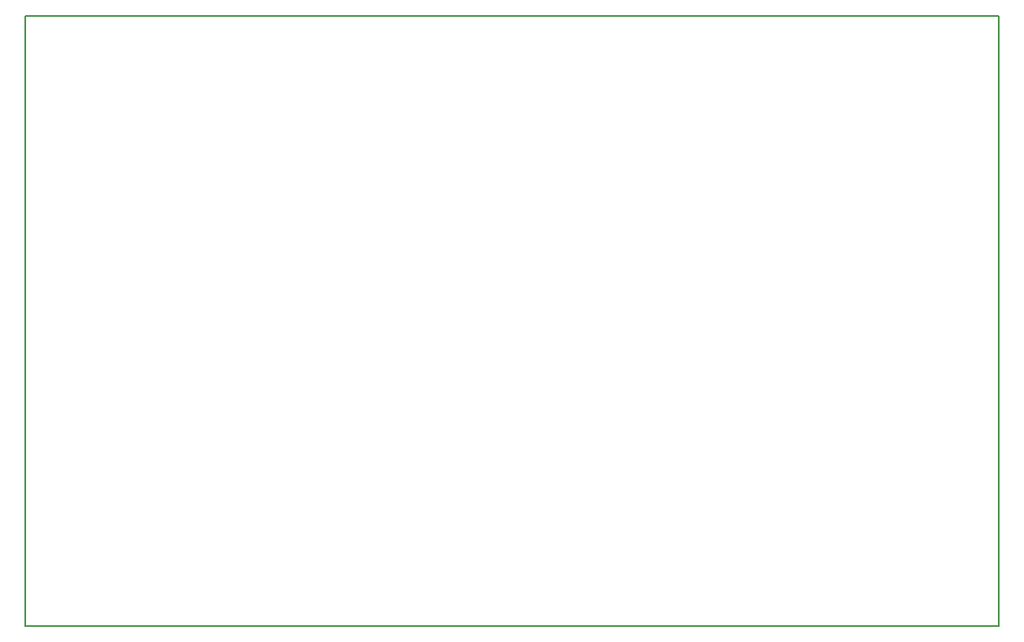
<source format=gbr>
G04 #@! TF.FileFunction,Profile,NP*
%FSLAX46Y46*%
G04 Gerber Fmt 4.6, Leading zero omitted, Abs format (unit mm)*
G04 Created by KiCad (PCBNEW 4.0.7-e2-6376~58~ubuntu14.04.1) date Thu Mar  1 13:22:35 2018*
%MOMM*%
%LPD*%
G01*
G04 APERTURE LIST*
%ADD10C,0.100000*%
%ADD11C,0.150000*%
G04 APERTURE END LIST*
D10*
D11*
X0Y61000000D02*
X0Y61500000D01*
X98000000Y61000000D02*
X98000000Y61500000D01*
X98000000Y0D02*
X98000000Y1000000D01*
X0Y0D02*
X98000000Y0D01*
X0Y2500000D02*
X0Y0D01*
X98000000Y61500000D02*
X0Y61500000D01*
X98000000Y1000000D02*
X98000000Y61000000D01*
X0Y2500000D02*
X0Y61000000D01*
M02*

</source>
